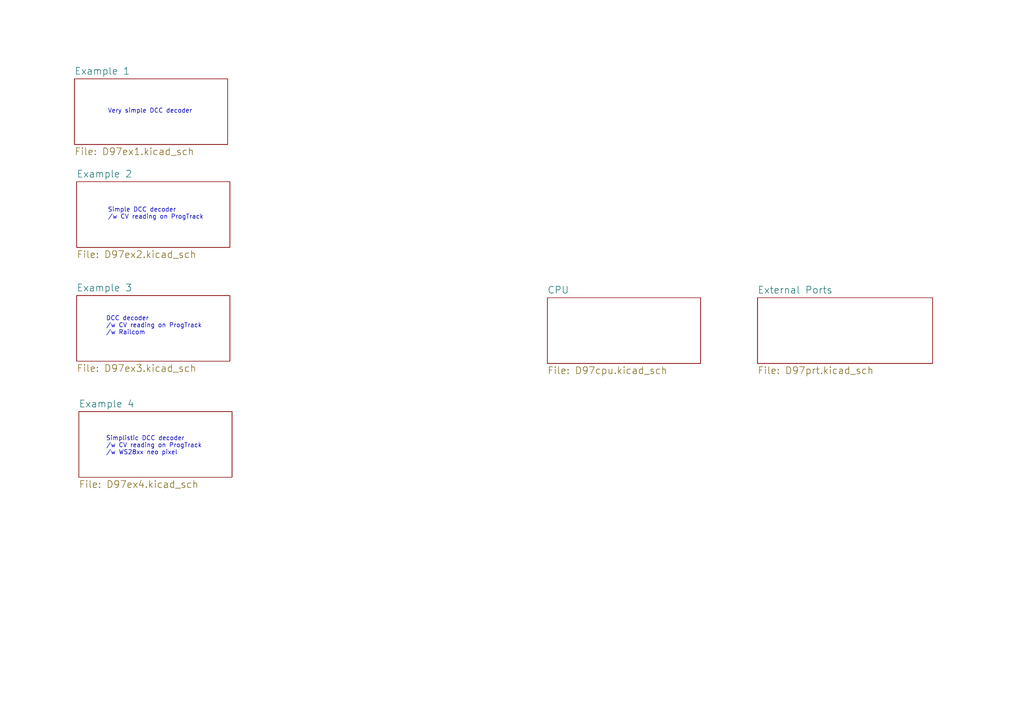
<source format=kicad_sch>
(kicad_sch
	(version 20250114)
	(generator "eeschema")
	(generator_version "9.0")
	(uuid "770f17cd-ae87-4649-af39-9a95ef9cf5c7")
	(paper "A4")
	(title_block
		(title "RTB D97 FN Decoder Toolkit")
		(date "2025-11-22")
		(rev "0")
		(company "Frank Schumacher")
		(comment 1 "'naked' DCC decoder project")
		(comment 2 "D97.0")
		(comment 4 "Licensed under the Apache License, Version 2")
	)
	(lib_symbols)
	(text "DCC decoder\n/w CV reading on ProgTrack\n/w Railcom"
		(exclude_from_sim no)
		(at 30.734 94.488 0)
		(effects
			(font
				(size 1.27 1.27)
			)
			(justify left)
		)
		(uuid "292a1dd9-b675-4225-ab6a-39955c9e5206")
	)
	(text "Simple DCC decoder\n/w CV reading on ProgTrack"
		(exclude_from_sim no)
		(at 31.242 61.976 0)
		(effects
			(font
				(size 1.27 1.27)
			)
			(justify left)
		)
		(uuid "e3262ffa-6728-4e93-9d6e-f4f6a23b7a97")
	)
	(text "Very simple DCC decoder"
		(exclude_from_sim no)
		(at 31.242 32.258 0)
		(effects
			(font
				(size 1.27 1.27)
			)
			(justify left)
		)
		(uuid "ee66478d-12fd-480f-b507-2c473d3832a1")
	)
	(text "Simplistic DCC decoder\n/w CV reading on ProgTrack\n/w WS28xx neo pixel"
		(exclude_from_sim no)
		(at 30.734 129.286 0)
		(effects
			(font
				(size 1.27 1.27)
			)
			(justify left)
		)
		(uuid "f5959e49-aae2-432c-ac4b-795c049fb449")
	)
	(sheet
		(at 158.75 86.36)
		(size 44.45 19.05)
		(exclude_from_sim no)
		(in_bom yes)
		(on_board yes)
		(dnp no)
		(fields_autoplaced yes)
		(stroke
			(width 0)
			(type solid)
		)
		(fill
			(color 0 0 0 0.0000)
		)
		(uuid "00000000-0000-0000-0000-00005b6c6b9d")
		(property "Sheetname" "CPU"
			(at 158.75 85.2801 0)
			(effects
				(font
					(size 2.0066 2.0066)
				)
				(justify left bottom)
			)
		)
		(property "Sheetfile" "D97cpu.kicad_sch"
			(at 158.75 106.2892 0)
			(effects
				(font
					(size 2.0066 2.0066)
				)
				(justify left top)
			)
		)
		(instances
			(project "D97"
				(path "/770f17cd-ae87-4649-af39-9a95ef9cf5c7"
					(page "2")
				)
			)
		)
	)
	(sheet
		(at 219.71 86.36)
		(size 50.8 19.05)
		(exclude_from_sim no)
		(in_bom yes)
		(on_board yes)
		(dnp no)
		(fields_autoplaced yes)
		(stroke
			(width 0)
			(type solid)
		)
		(fill
			(color 0 0 0 0.0000)
		)
		(uuid "00000000-0000-0000-0000-00005ca7768a")
		(property "Sheetname" "External Ports"
			(at 219.71 85.2801 0)
			(effects
				(font
					(size 2.0066 2.0066)
				)
				(justify left bottom)
			)
		)
		(property "Sheetfile" "D97prt.kicad_sch"
			(at 219.71 106.2892 0)
			(effects
				(font
					(size 2.0066 2.0066)
				)
				(justify left top)
			)
		)
		(instances
			(project "D97"
				(path "/770f17cd-ae87-4649-af39-9a95ef9cf5c7"
					(page "4")
				)
			)
		)
	)
	(sheet
		(at 22.225 85.725)
		(size 44.45 19.05)
		(exclude_from_sim no)
		(in_bom yes)
		(on_board yes)
		(dnp no)
		(fields_autoplaced yes)
		(stroke
			(width 0)
			(type solid)
		)
		(fill
			(color 0 0 0 0.0000)
		)
		(uuid "2c20eac8-c032-451a-a146-805de8de18d4")
		(property "Sheetname" "Example 3"
			(at 22.225 84.6451 0)
			(effects
				(font
					(size 2.0066 2.0066)
				)
				(justify left bottom)
			)
		)
		(property "Sheetfile" "D97ex3.kicad_sch"
			(at 22.225 105.6542 0)
			(effects
				(font
					(size 2.0066 2.0066)
				)
				(justify left top)
			)
		)
		(instances
			(project "D97"
				(path "/770f17cd-ae87-4649-af39-9a95ef9cf5c7"
					(page "6")
				)
			)
		)
	)
	(sheet
		(at 22.225 52.705)
		(size 44.45 19.05)
		(exclude_from_sim no)
		(in_bom yes)
		(on_board yes)
		(dnp no)
		(fields_autoplaced yes)
		(stroke
			(width 0)
			(type solid)
		)
		(fill
			(color 0 0 0 0.0000)
		)
		(uuid "6cccf2d6-033d-4412-8748-bb7512a049e8")
		(property "Sheetname" "Example 2"
			(at 22.225 51.6251 0)
			(effects
				(font
					(size 2.0066 2.0066)
				)
				(justify left bottom)
			)
		)
		(property "Sheetfile" "D97ex2.kicad_sch"
			(at 22.225 72.6342 0)
			(effects
				(font
					(size 2.0066 2.0066)
				)
				(justify left top)
			)
		)
		(instances
			(project "D97"
				(path "/770f17cd-ae87-4649-af39-9a95ef9cf5c7"
					(page "5")
				)
			)
		)
	)
	(sheet
		(at 21.59 22.86)
		(size 44.45 19.05)
		(exclude_from_sim no)
		(in_bom yes)
		(on_board yes)
		(dnp no)
		(fields_autoplaced yes)
		(stroke
			(width 0)
			(type solid)
		)
		(fill
			(color 0 0 0 0.0000)
		)
		(uuid "c613447b-a386-4c7e-95ae-30a4a879f51e")
		(property "Sheetname" "Example 1"
			(at 21.59 21.7801 0)
			(effects
				(font
					(size 2.0066 2.0066)
				)
				(justify left bottom)
			)
		)
		(property "Sheetfile" "D97ex1.kicad_sch"
			(at 21.59 42.7892 0)
			(effects
				(font
					(size 2.0066 2.0066)
				)
				(justify left top)
			)
		)
		(instances
			(project "D97"
				(path "/770f17cd-ae87-4649-af39-9a95ef9cf5c7"
					(page "3")
				)
			)
		)
	)
	(sheet
		(at 22.86 119.38)
		(size 44.45 19.05)
		(exclude_from_sim no)
		(in_bom yes)
		(on_board yes)
		(dnp no)
		(fields_autoplaced yes)
		(stroke
			(width 0)
			(type solid)
		)
		(fill
			(color 0 0 0 0.0000)
		)
		(uuid "f3d78089-67cb-4b73-a360-10c9ed082ca4")
		(property "Sheetname" "Example 4"
			(at 22.86 118.3001 0)
			(effects
				(font
					(size 2.0066 2.0066)
				)
				(justify left bottom)
			)
		)
		(property "Sheetfile" "D97ex4.kicad_sch"
			(at 22.86 139.3092 0)
			(effects
				(font
					(size 2.0066 2.0066)
				)
				(justify left top)
			)
		)
		(instances
			(project "D97"
				(path "/770f17cd-ae87-4649-af39-9a95ef9cf5c7"
					(page "7")
				)
			)
		)
	)
	(sheet_instances
		(path "/"
			(page "1")
		)
	)
	(embedded_fonts no)
)

</source>
